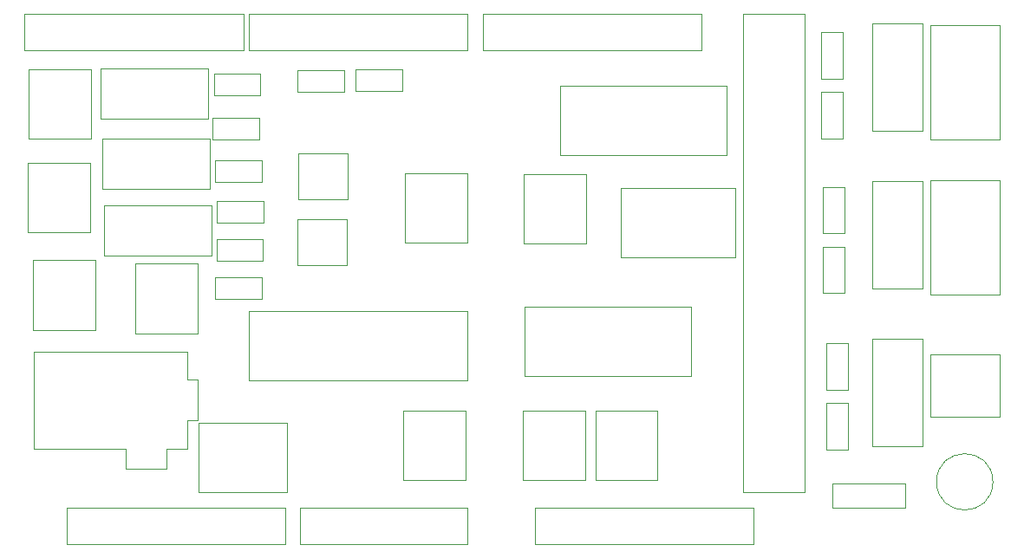
<source format=gbr>
G04 #@! TF.GenerationSoftware,KiCad,Pcbnew,(5.1.9-0-10_14)*
G04 #@! TF.CreationDate,2022-06-30T11:53:04+10:00*
G04 #@! TF.ProjectId,Hornet Forward Output Upper Shield,486f726e-6574-4204-966f-727761726420,rev?*
G04 #@! TF.SameCoordinates,Original*
G04 #@! TF.FileFunction,Other,User*
%FSLAX46Y46*%
G04 Gerber Fmt 4.6, Leading zero omitted, Abs format (unit mm)*
G04 Created by KiCad (PCBNEW (5.1.9-0-10_14)) date 2022-06-30 11:53:04*
%MOMM*%
%LPD*%
G01*
G04 APERTURE LIST*
%ADD10C,0.050000*%
G04 APERTURE END LIST*
D10*
X168648000Y-98078000D02*
X147328000Y-98078000D01*
X168648000Y-104878000D02*
X168648000Y-98078000D01*
X147328000Y-104878000D02*
X168648000Y-104878000D01*
X147328000Y-98078000D02*
X147328000Y-104878000D01*
X190543000Y-97672000D02*
X174303000Y-97672000D01*
X190543000Y-104472000D02*
X190543000Y-97672000D01*
X174303000Y-104472000D02*
X190543000Y-104472000D01*
X174303000Y-97672000D02*
X174303000Y-104472000D01*
X180217000Y-107832000D02*
X174137000Y-107832000D01*
X180217000Y-114632000D02*
X180217000Y-107832000D01*
X174137000Y-114632000D02*
X180217000Y-114632000D01*
X174137000Y-107832000D02*
X174137000Y-114632000D01*
X168533000Y-107832000D02*
X162453000Y-107832000D01*
X168533000Y-114632000D02*
X168533000Y-107832000D01*
X162453000Y-114632000D02*
X168533000Y-114632000D01*
X162453000Y-107832000D02*
X162453000Y-114632000D01*
X143794000Y-79214000D02*
X143794000Y-81314000D01*
X143794000Y-81314000D02*
X148334000Y-81314000D01*
X148334000Y-81314000D02*
X148334000Y-79214000D01*
X148334000Y-79214000D02*
X143794000Y-79214000D01*
X143920000Y-74959500D02*
X143920000Y-77059500D01*
X143920000Y-77059500D02*
X148460000Y-77059500D01*
X148460000Y-77059500D02*
X148460000Y-74959500D01*
X148460000Y-74959500D02*
X143920000Y-74959500D01*
X143362000Y-74451000D02*
X132862000Y-74451000D01*
X143362000Y-79361000D02*
X143362000Y-74451000D01*
X132862000Y-79361000D02*
X143362000Y-79361000D01*
X132862000Y-74451000D02*
X132862000Y-79361000D01*
X131945000Y-74494500D02*
X125865000Y-74494500D01*
X131945000Y-81294500D02*
X131945000Y-74494500D01*
X125865000Y-81294500D02*
X131945000Y-81294500D01*
X125865000Y-74494500D02*
X125865000Y-81294500D01*
X143744000Y-87786000D02*
X133244000Y-87786000D01*
X143744000Y-92696000D02*
X143744000Y-87786000D01*
X133244000Y-92696000D02*
X143744000Y-92696000D01*
X133244000Y-87786000D02*
X133244000Y-92696000D01*
X213140000Y-111295000D02*
X213140000Y-100795000D01*
X208230000Y-111295000D02*
X213140000Y-111295000D01*
X208230000Y-100795000D02*
X208230000Y-111295000D01*
X213140000Y-100795000D02*
X208230000Y-100795000D01*
X143553000Y-81309000D02*
X133053000Y-81309000D01*
X143553000Y-86219000D02*
X143553000Y-81309000D01*
X133053000Y-86219000D02*
X143553000Y-86219000D01*
X133053000Y-81309000D02*
X133053000Y-86219000D01*
X213140000Y-95896200D02*
X213140000Y-85396200D01*
X208230000Y-95896200D02*
X213140000Y-95896200D01*
X208230000Y-85396200D02*
X208230000Y-95896200D01*
X213140000Y-85396200D02*
X208230000Y-85396200D01*
X213140000Y-80497500D02*
X213140000Y-69997500D01*
X208230000Y-80497500D02*
X213140000Y-80497500D01*
X208230000Y-69997500D02*
X208230000Y-80497500D01*
X213140000Y-69997500D02*
X208230000Y-69997500D01*
X144238000Y-87405500D02*
X144238000Y-89505500D01*
X144238000Y-89505500D02*
X148778000Y-89505500D01*
X148778000Y-89505500D02*
X148778000Y-87405500D01*
X148778000Y-87405500D02*
X144238000Y-87405500D01*
X203230000Y-81250500D02*
X205330000Y-81250500D01*
X205330000Y-81250500D02*
X205330000Y-76710500D01*
X205330000Y-76710500D02*
X203230000Y-76710500D01*
X203230000Y-76710500D02*
X203230000Y-81250500D01*
X203420000Y-96363500D02*
X205520000Y-96363500D01*
X205520000Y-96363500D02*
X205520000Y-91823500D01*
X205520000Y-91823500D02*
X203420000Y-91823500D01*
X203420000Y-91823500D02*
X203420000Y-96363500D01*
X144048000Y-94835000D02*
X144048000Y-96935000D01*
X144048000Y-96935000D02*
X148588000Y-96935000D01*
X148588000Y-96935000D02*
X148588000Y-94835000D01*
X148588000Y-94835000D02*
X144048000Y-94835000D01*
X203738000Y-111666000D02*
X205838000Y-111666000D01*
X205838000Y-111666000D02*
X205838000Y-107126000D01*
X205838000Y-107126000D02*
X203738000Y-107126000D01*
X203738000Y-107126000D02*
X203738000Y-111666000D01*
X204364000Y-117329000D02*
X211464000Y-117329000D01*
X204364000Y-114929000D02*
X204364000Y-117329000D01*
X211464000Y-114929000D02*
X204364000Y-114929000D01*
X211464000Y-117329000D02*
X211464000Y-114929000D01*
X220002000Y-114808000D02*
G75*
G03*
X220002000Y-114808000I-2750000J0D01*
G01*
X142359000Y-93481000D02*
X136279000Y-93481000D01*
X142359000Y-100281000D02*
X142359000Y-93481000D01*
X136279000Y-100281000D02*
X142359000Y-100281000D01*
X136279000Y-93481000D02*
X136279000Y-100281000D01*
X213877000Y-102370000D02*
X213877000Y-108450000D01*
X220677000Y-102370000D02*
X213877000Y-102370000D01*
X220677000Y-108450000D02*
X220677000Y-102370000D01*
X213877000Y-108450000D02*
X220677000Y-108450000D01*
X144174000Y-91088500D02*
X144174000Y-93188500D01*
X144174000Y-93188500D02*
X148714000Y-93188500D01*
X148714000Y-93188500D02*
X148714000Y-91088500D01*
X148714000Y-91088500D02*
X144174000Y-91088500D01*
X203738000Y-105824000D02*
X205838000Y-105824000D01*
X205838000Y-105824000D02*
X205838000Y-101284000D01*
X205838000Y-101284000D02*
X203738000Y-101284000D01*
X203738000Y-101284000D02*
X203738000Y-105824000D01*
X144048000Y-83405000D02*
X144048000Y-85505000D01*
X144048000Y-85505000D02*
X148588000Y-85505000D01*
X148588000Y-85505000D02*
X148588000Y-83405000D01*
X148588000Y-83405000D02*
X144048000Y-83405000D01*
X203420000Y-90521500D02*
X205520000Y-90521500D01*
X205520000Y-90521500D02*
X205520000Y-85981500D01*
X205520000Y-85981500D02*
X203420000Y-85981500D01*
X203420000Y-85981500D02*
X203420000Y-90521500D01*
X203230000Y-75408500D02*
X205330000Y-75408500D01*
X205330000Y-75408500D02*
X205330000Y-70868500D01*
X205330000Y-70868500D02*
X203230000Y-70868500D01*
X203230000Y-70868500D02*
X203230000Y-75408500D01*
X213877000Y-70175500D02*
X213877000Y-81335500D01*
X220677000Y-70175500D02*
X213877000Y-70175500D01*
X220677000Y-81335500D02*
X220677000Y-70175500D01*
X213877000Y-81335500D02*
X220677000Y-81335500D01*
X131818000Y-83638500D02*
X125738000Y-83638500D01*
X131818000Y-90438500D02*
X131818000Y-83638500D01*
X125738000Y-90438500D02*
X131818000Y-90438500D01*
X125738000Y-83638500D02*
X125738000Y-90438500D01*
X213877000Y-85352000D02*
X213877000Y-96512000D01*
X220677000Y-85352000D02*
X213877000Y-85352000D01*
X220677000Y-96512000D02*
X220677000Y-85352000D01*
X213877000Y-96512000D02*
X220677000Y-96512000D01*
X132326000Y-93163500D02*
X126246000Y-93163500D01*
X132326000Y-99963500D02*
X132326000Y-93163500D01*
X126246000Y-99963500D02*
X132326000Y-99963500D01*
X126246000Y-93163500D02*
X126246000Y-99963500D01*
X187266000Y-107832000D02*
X181186000Y-107832000D01*
X187266000Y-114632000D02*
X187266000Y-107832000D01*
X181186000Y-114632000D02*
X187266000Y-114632000D01*
X181186000Y-107832000D02*
X181186000Y-114632000D01*
X151071000Y-109000000D02*
X142451000Y-109000000D01*
X151071000Y-115800000D02*
X151071000Y-109000000D01*
X142451000Y-115800000D02*
X151071000Y-115800000D01*
X142451000Y-109000000D02*
X142451000Y-115800000D01*
X168648000Y-84654500D02*
X162568000Y-84654500D01*
X168648000Y-91454500D02*
X168648000Y-84654500D01*
X162568000Y-91454500D02*
X168648000Y-91454500D01*
X162568000Y-84654500D02*
X162568000Y-91454500D01*
X126335000Y-111557000D02*
X126335000Y-102057000D01*
X135335000Y-111557000D02*
X126335000Y-111557000D01*
X135335000Y-113557000D02*
X135335000Y-111557000D01*
X139335000Y-113557000D02*
X135335000Y-113557000D01*
X139335000Y-111557000D02*
X139335000Y-113557000D01*
X141335000Y-111557000D02*
X139335000Y-111557000D01*
X141335000Y-108807000D02*
X141335000Y-111557000D01*
X142335000Y-108807000D02*
X141335000Y-108807000D01*
X142335000Y-104807000D02*
X142335000Y-108807000D01*
X141335000Y-104807000D02*
X142335000Y-104807000D01*
X141335000Y-102307000D02*
X141335000Y-104807000D01*
X141335000Y-102057000D02*
X126335000Y-102057000D01*
X141335000Y-102307000D02*
X141335000Y-102057000D01*
X194848000Y-86064200D02*
X183688000Y-86064200D01*
X194848000Y-92864200D02*
X194848000Y-86064200D01*
X183688000Y-92864200D02*
X194848000Y-92864200D01*
X183688000Y-86064200D02*
X183688000Y-92864200D01*
X157764000Y-74515000D02*
X157764000Y-76615000D01*
X157764000Y-76615000D02*
X162304000Y-76615000D01*
X162304000Y-76615000D02*
X162304000Y-74515000D01*
X162304000Y-74515000D02*
X157764000Y-74515000D01*
X152112000Y-74578500D02*
X152112000Y-76678500D01*
X152112000Y-76678500D02*
X156652000Y-76678500D01*
X156652000Y-76678500D02*
X156652000Y-74578500D01*
X156652000Y-74578500D02*
X152112000Y-74578500D01*
X193997000Y-76082000D02*
X177757000Y-76082000D01*
X193997000Y-82882000D02*
X193997000Y-76082000D01*
X177757000Y-82882000D02*
X193997000Y-82882000D01*
X177757000Y-76082000D02*
X177757000Y-82882000D01*
X180268000Y-84718000D02*
X174188000Y-84718000D01*
X180268000Y-91518000D02*
X180268000Y-84718000D01*
X174188000Y-91518000D02*
X180268000Y-91518000D01*
X174188000Y-84718000D02*
X174188000Y-91518000D01*
X156926000Y-89126500D02*
X152076000Y-89126500D01*
X156926000Y-93626500D02*
X156926000Y-89126500D01*
X152076000Y-93626500D02*
X156926000Y-93626500D01*
X152076000Y-89126500D02*
X152076000Y-93626500D01*
X156989000Y-82713000D02*
X152139000Y-82713000D01*
X156989000Y-87213000D02*
X156989000Y-82713000D01*
X152139000Y-87213000D02*
X156989000Y-87213000D01*
X152139000Y-82713000D02*
X152139000Y-87213000D01*
X125454000Y-69066000D02*
X125454000Y-72666000D01*
X146804000Y-69066000D02*
X125454000Y-69066000D01*
X146804000Y-72666000D02*
X146804000Y-69066000D01*
X125454000Y-72666000D02*
X146804000Y-72666000D01*
X152378000Y-117326000D02*
X152378000Y-120926000D01*
X168678000Y-117326000D02*
X152378000Y-117326000D01*
X168678000Y-120926000D02*
X168678000Y-117326000D01*
X152378000Y-120926000D02*
X168678000Y-120926000D01*
X195608000Y-115796000D02*
X201658000Y-115796000D01*
X195608000Y-69096000D02*
X201658000Y-69096000D01*
X195608000Y-115796000D02*
X195608000Y-69096000D01*
X201658000Y-115796000D02*
X201658000Y-69096000D01*
X129568000Y-117376000D02*
X129568000Y-120876000D01*
X150868000Y-117376000D02*
X150868000Y-120876000D01*
X129568000Y-117376000D02*
X150868000Y-117376000D01*
X129568000Y-120876000D02*
X150868000Y-120876000D01*
X175288000Y-117376000D02*
X175288000Y-120876000D01*
X196588000Y-117376000D02*
X196588000Y-120876000D01*
X175288000Y-117376000D02*
X196588000Y-117376000D01*
X175288000Y-120876000D02*
X196588000Y-120876000D01*
X147348000Y-69116000D02*
X147348000Y-72616000D01*
X168648000Y-69116000D02*
X168648000Y-72616000D01*
X147348000Y-69116000D02*
X168648000Y-69116000D01*
X147348000Y-72616000D02*
X168648000Y-72616000D01*
X170208000Y-69116000D02*
X170208000Y-72616000D01*
X191508000Y-69116000D02*
X191508000Y-72616000D01*
X170208000Y-69116000D02*
X191508000Y-69116000D01*
X170208000Y-72616000D02*
X191508000Y-72616000D01*
M02*

</source>
